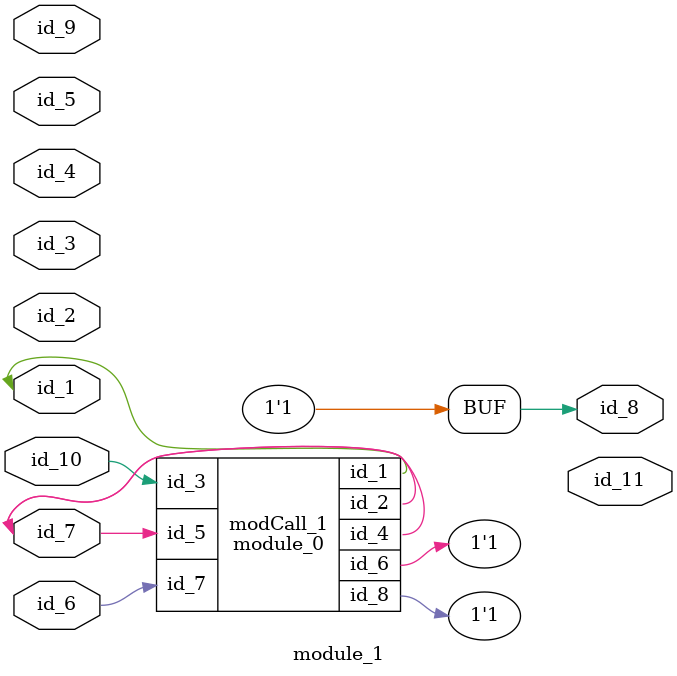
<source format=v>
module module_0 (
    id_1,
    id_2,
    id_3,
    id_4,
    id_5,
    id_6,
    id_7,
    id_8
);
  output wire id_8;
  input wire id_7;
  output wire id_6;
  input wire id_5;
  output wire id_4;
  input wire id_3;
  inout wire id_2;
  inout wire id_1;
  wire id_9;
endmodule
module module_1 (
    id_1,
    id_2,
    id_3,
    id_4,
    id_5,
    id_6,
    id_7,
    id_8,
    id_9,
    id_10,
    id_11
);
  output wire id_11;
  input wire id_10;
  input wire id_9;
  output wire id_8;
  inout wire id_7;
  input wire id_6;
  inout wire id_5;
  input wire id_4;
  input wire id_3;
  input wire id_2;
  inout wire id_1;
  assign id_8 = 1;
  module_0 modCall_1 (
      id_1,
      id_7,
      id_10,
      id_7,
      id_7,
      id_8,
      id_6,
      id_8
  );
endmodule

</source>
